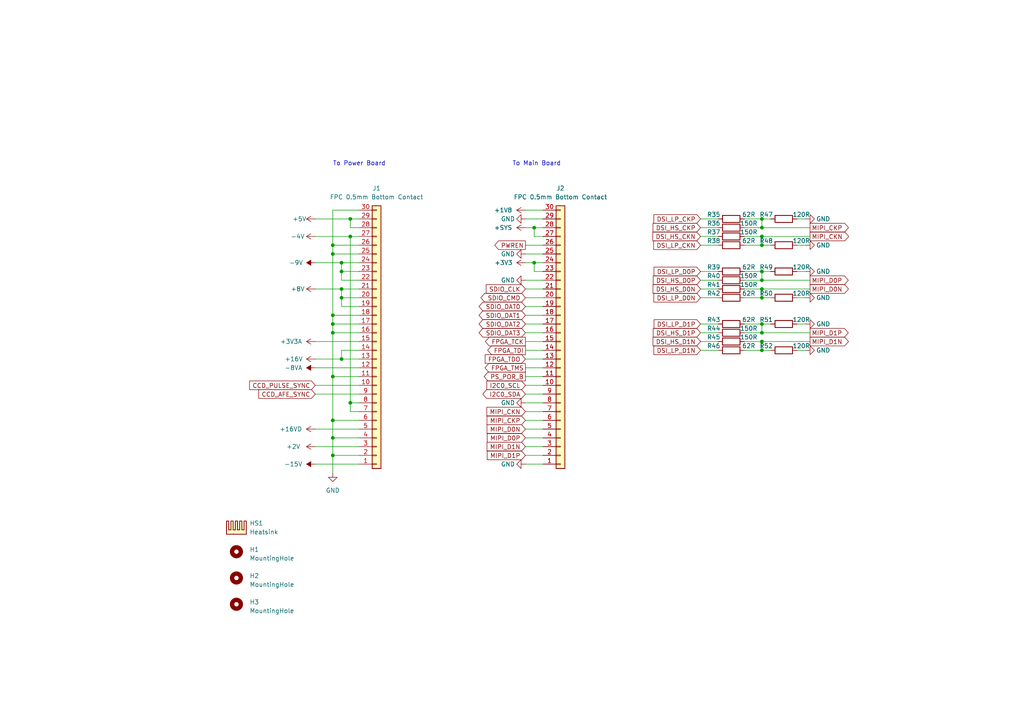
<source format=kicad_sch>
(kicad_sch (version 20231120) (generator "eeschema") (generator_version "8.0")
  (paper "A4")
  (title_block (title "IOB Connectors") (date "2024-06-09") (rev "R0.10") (company "Copyright 2024 Anhang Li, Wenting Zhang") (comment 2 "MERCHANTABILITY, SATISFACTORY QUALITY AND FITNESS FOR A PARTICULAR PURPOSE.") (comment 3 "This source is distributed WITHOUT ANY EXPRESS OR IMPLIED WARRANTY, INCLUDING OF") (comment 4 "This source describes Open Hardware and is licensed under the CERN-OHL-P v2."))
  (lib_symbols
    (symbol "Connector_Generic:Conn_01x30" (pin_names (offset 1.016) hide)
      (property "Reference" "J" (at 0 38.1 0))
      (property "Value" "Conn_01x30" (at 0 -40.64 0))
      (symbol "Conn_01x30_1_1"
        (rectangle (start -1.27 -37.973) (end 0 -38.227) (stroke (width 0.1524)))
        (rectangle (start -1.27 -35.433) (end 0 -35.687) (stroke (width 0.1524)))
        (rectangle (start -1.27 -32.893) (end 0 -33.147) (stroke (width 0.1524)))
        (rectangle (start -1.27 -30.353) (end 0 -30.607) (stroke (width 0.1524)))
        (rectangle (start -1.27 -27.813) (end 0 -28.067) (stroke (width 0.1524)))
        (rectangle (start -1.27 -25.273) (end 0 -25.527) (stroke (width 0.1524)))
        (rectangle (start -1.27 -22.733) (end 0 -22.987) (stroke (width 0.1524)))
        (rectangle (start -1.27 -20.193) (end 0 -20.447) (stroke (width 0.1524)))
        (rectangle (start -1.27 -17.653) (end 0 -17.907) (stroke (width 0.1524)))
        (rectangle (start -1.27 -15.113) (end 0 -15.367) (stroke (width 0.1524)))
        (rectangle (start -1.27 -12.573) (end 0 -12.827) (stroke (width 0.1524)))
        (rectangle (start -1.27 -10.033) (end 0 -10.287) (stroke (width 0.1524)))
        (rectangle (start -1.27 -7.493) (end 0 -7.747) (stroke (width 0.1524)))
        (rectangle (start -1.27 -4.953) (end 0 -5.207) (stroke (width 0.1524)))
        (rectangle (start -1.27 -2.413) (end 0 -2.667) (stroke (width 0.1524)))
        (rectangle (start -1.27 0.127) (end 0 -0.127) (stroke (width 0.1524)))
        (rectangle (start -1.27 2.667) (end 0 2.413) (stroke (width 0.1524)))
        (rectangle (start -1.27 5.207) (end 0 4.953) (stroke (width 0.1524)))
        (rectangle (start -1.27 7.747) (end 0 7.493) (stroke (width 0.1524)))
        (rectangle (start -1.27 10.287) (end 0 10.033) (stroke (width 0.1524)))
        (rectangle (start -1.27 12.827) (end 0 12.573) (stroke (width 0.1524)))
        (rectangle (start -1.27 15.367) (end 0 15.113) (stroke (width 0.1524)))
        (rectangle (start -1.27 17.907) (end 0 17.653) (stroke (width 0.1524)))
        (rectangle (start -1.27 20.447) (end 0 20.193) (stroke (width 0.1524)))
        (rectangle (start -1.27 22.987) (end 0 22.733) (stroke (width 0.1524)))
        (rectangle (start -1.27 25.527) (end 0 25.273) (stroke (width 0.1524)))
        (rectangle (start -1.27 28.067) (end 0 27.813) (stroke (width 0.1524)))
        (rectangle (start -1.27 30.607) (end 0 30.353) (stroke (width 0.1524)))
        (rectangle (start -1.27 33.147) (end 0 32.893) (stroke (width 0.1524)))
        (rectangle (start -1.27 35.687) (end 0 35.433) (stroke (width 0.1524)))
        (rectangle (start -1.27 36.83) (end 1.27 -39.37) (stroke (width 0.254)) (fill (type background)))
        (pin passive line (at -5.08 35.56 0) (length 3.81) (name "Pin_1") (number "1"))
        (pin passive line (at -5.08 12.7 0) (length 3.81) (name "Pin_10") (number "10"))
        (pin passive line (at -5.08 10.16 0) (length 3.81) (name "Pin_11") (number "11"))
        (pin passive line (at -5.08 7.62 0) (length 3.81) (name "Pin_12") (number "12"))
        (pin passive line (at -5.08 5.08 0) (length 3.81) (name "Pin_13") (number "13"))
        (pin passive line (at -5.08 2.54 0) (length 3.81) (name "Pin_14") (number "14"))
        (pin passive line (at -5.08 0 0) (length 3.81) (name "Pin_15") (number "15"))
        (pin passive line (at -5.08 -2.54 0) (length 3.81) (name "Pin_16") (number "16"))
        (pin passive line (at -5.08 -5.08 0) (length 3.81) (name "Pin_17") (number "17"))
        (pin passive line (at -5.08 -7.62 0) (length 3.81) (name "Pin_18") (number "18"))
        (pin passive line (at -5.08 -10.16 0) (length 3.81) (name "Pin_19") (number "19"))
        (pin passive line (at -5.08 33.02 0) (length 3.81) (name "Pin_2") (number "2"))
        (pin passive line (at -5.08 -12.7 0) (length 3.81) (name "Pin_20") (number "20"))
        (pin passive line (at -5.08 -15.24 0) (length 3.81) (name "Pin_21") (number "21"))
        (pin passive line (at -5.08 -17.78 0) (length 3.81) (name "Pin_22") (number "22"))
        (pin passive line (at -5.08 -20.32 0) (length 3.81) (name "Pin_23") (number "23"))
        (pin passive line (at -5.08 -22.86 0) (length 3.81) (name "Pin_24") (number "24"))
        (pin passive line (at -5.08 -25.4 0) (length 3.81) (name "Pin_25") (number "25"))
        (pin passive line (at -5.08 -27.94 0) (length 3.81) (name "Pin_26") (number "26"))
        (pin passive line (at -5.08 -30.48 0) (length 3.81) (name "Pin_27") (number "27"))
        (pin passive line (at -5.08 -33.02 0) (length 3.81) (name "Pin_28") (number "28"))
        (pin passive line (at -5.08 -35.56 0) (length 3.81) (name "Pin_29") (number "29"))
        (pin passive line (at -5.08 30.48 0) (length 3.81) (name "Pin_3") (number "3"))
        (pin passive line (at -5.08 -38.1 0) (length 3.81) (name "Pin_30") (number "30"))
        (pin passive line (at -5.08 27.94 0) (length 3.81) (name "Pin_4") (number "4"))
        (pin passive line (at -5.08 25.4 0) (length 3.81) (name "Pin_5") (number "5"))
        (pin passive line (at -5.08 22.86 0) (length 3.81) (name "Pin_6") (number "6"))
        (pin passive line (at -5.08 20.32 0) (length 3.81) (name "Pin_7") (number "7"))
        (pin passive line (at -5.08 17.78 0) (length 3.81) (name "Pin_8") (number "8"))
        (pin passive line (at -5.08 15.24 0) (length 3.81) (name "Pin_9") (number "9"))
      )
    )
    (symbol "Device:R" (pin_numbers hide) (pin_names (offset 0))
      (property "Reference" "R" (at 2.032 0 90))
      (property "Value" "R" (at 0 0 90))
      (symbol "R_0_1"
        (rectangle (start -1.016 -2.54) (end 1.016 2.54) (stroke (width 0.254)))
      )
      (symbol "R_1_1"
        (pin passive line (at 0 3.81 270) (length 1.27) (name "~") (number "1"))
        (pin passive line (at 0 -3.81 90) (length 1.27) (name "~") (number "2"))
      )
    )
    (symbol "Mechanical:Heatsink" (pin_names (offset 1.016))
      (property "Reference" "HS" (at 0 5.08 0))
      (property "Value" "Heatsink" (at 0 -1.27 0))
      (symbol "Heatsink_0_1"
        (polyline (pts (xy -0.3302 1.27) (xy -0.9652 1.27) (xy -0.9652 3.81) (xy -1.6002 3.81) (xy -1.6002 1.27) (xy -2.2352 1.27) (xy -2.2352 3.81) (xy -2.8702 3.81) (xy -2.8702 0) (xy -0.9652 0)) (stroke (width 0.254)) (fill (type background)))
        (polyline (pts (xy -0.3302 1.27) (xy -0.3302 3.81) (xy 0.3048 3.81) (xy 0.3048 1.27) (xy 0.9398 1.27) (xy 0.9398 3.81) (xy 1.5748 3.81) (xy 1.5748 1.27) (xy 2.2098 1.27) (xy 2.2098 3.81) (xy 2.8448 3.81) (xy 2.8448 0) (xy -0.9652 0)) (stroke (width 0.254)) (fill (type background)))
      )
    )
    (symbol "Mechanical:MountingHole" (pin_names (offset 1.016))
      (property "Reference" "H" (at 0 5.08 0))
      (property "Value" "MountingHole" (at 0 3.175 0))
      (symbol "MountingHole_0_1"
        (circle (center 0 0) (radius 1.27) (stroke (width 1.27)))
      )
    )
    (symbol "Sitina:+2V" (power) (pin_names (offset 0))
      (property "Value" "+2V" (at 0 3.556 0))
      (symbol "+2V_0_1"
        (polyline (pts (xy -0.762 1.27) (xy 0 2.54)))
        (polyline (pts (xy 0 0) (xy 0 2.54)))
        (polyline (pts (xy 0 2.54) (xy 0.762 1.27)))
      )
      (symbol "+2V_1_1"
        (pin power_in line (at 0 0 90) (length 0) hide (name "+2V") (number "1"))
      )
    )
    (symbol "Sitina:-4V" (power) (pin_names (offset 0))
      (property "Value" "-4V" (at 0 3.556 0))
      (symbol "-4V_0_1"
        (polyline (pts (xy -0.762 1.27) (xy 0 2.54)))
        (polyline (pts (xy 0 0) (xy 0 2.54)))
        (polyline (pts (xy 0 2.54) (xy 0.762 1.27)))
      )
      (symbol "-4V_1_1"
        (pin power_in line (at 0 0 90) (length 0) hide (name "-4V") (number "1"))
      )
    )
    (symbol "power:+1V8" (power) (pin_names (offset 0))
      (property "Value" "+1V8" (at 0 3.556 0))
      (symbol "+1V8_0_1"
        (polyline (pts (xy -0.762 1.27) (xy 0 2.54)))
        (polyline (pts (xy 0 0) (xy 0 2.54)))
        (polyline (pts (xy 0 2.54) (xy 0.762 1.27)))
      )
      (symbol "+1V8_1_1"
        (pin power_in line (at 0 0 90) (length 0) hide (name "+1V8") (number "1"))
      )
    )
    (symbol "power:+3V0" (power) (pin_names (offset 0))
      (property "Value" "+3V0" (at 0 3.556 0))
      (symbol "+3V0_0_1"
        (polyline (pts (xy -0.762 1.27) (xy 0 2.54)))
        (polyline (pts (xy 0 0) (xy 0 2.54)))
        (polyline (pts (xy 0 2.54) (xy 0.762 1.27)))
      )
      (symbol "+3V0_1_1"
        (pin power_in line (at 0 0 90) (length 0) hide (name "+3V0") (number "1"))
      )
    )
    (symbol "power:+3V3" (power) (pin_names (offset 0))
      (property "Value" "+3V3" (at 0 3.556 0))
      (symbol "+3V3_0_1"
        (polyline (pts (xy -0.762 1.27) (xy 0 2.54)))
        (polyline (pts (xy 0 0) (xy 0 2.54)))
        (polyline (pts (xy 0 2.54) (xy 0.762 1.27)))
      )
      (symbol "+3V3_1_1"
        (pin power_in line (at 0 0 90) (length 0) hide (name "+3V3") (number "1"))
      )
    )
    (symbol "power:+5V" (power) (pin_names (offset 0))
      (property "Value" "+5V" (at 0 3.556 0))
      (symbol "+5V_0_1"
        (polyline (pts (xy -0.762 1.27) (xy 0 2.54)))
        (polyline (pts (xy 0 0) (xy 0 2.54)))
        (polyline (pts (xy 0 2.54) (xy 0.762 1.27)))
      )
      (symbol "+5V_1_1"
        (pin power_in line (at 0 0 90) (length 0) hide (name "+5V") (number "1"))
      )
    )
    (symbol "power:+8V" (power) (pin_names (offset 0))
      (property "Value" "+8V" (at 0 3.556 0))
      (symbol "+8V_0_1"
        (polyline (pts (xy -0.762 1.27) (xy 0 2.54)))
        (polyline (pts (xy 0 0) (xy 0 2.54)))
        (polyline (pts (xy 0 2.54) (xy 0.762 1.27)))
      )
      (symbol "+8V_1_1"
        (pin power_in line (at 0 0 90) (length 0) hide (name "+8V") (number "1"))
      )
    )
    (symbol "power:-15V" (power) (pin_names (offset 0))
      (property "Value" "-15V" (at 0 3.81 0))
      (symbol "-15V_0_0"
        (pin power_in line (at 0 0 90) (length 0) hide (name "-15V") (number "1"))
      )
      (symbol "-15V_0_1"
        (polyline (pts (xy 0 0) (xy 0 1.27) (xy 0.762 1.27) (xy 0 2.54) (xy -0.762 1.27) (xy 0 1.27)) (fill (type outline)))
      )
    )
    (symbol "power:-9V" (power) (pin_names (offset 0))
      (property "Value" "-9V" (at 0 3.81 0))
      (symbol "-9V_0_1"
        (polyline (pts (xy 0 0) (xy 0 2.54)))
        (polyline (pts (xy 0.762 1.27) (xy -0.762 1.27) (xy 0 2.54) (xy 0.762 1.27)) (fill (type outline)))
      )
      (symbol "-9V_1_1"
        (pin power_in line (at 0 0 90) (length 0) hide (name "-9V") (number "1"))
      )
    )
    (symbol "power:GND" (power) (pin_names (offset 0))
      (property "Value" "GND" (at 0 -3.81 0))
      (symbol "GND_0_1"
        (polyline (pts (xy 0 0) (xy 0 -1.27) (xy 1.27 -1.27) (xy 0 -2.54) (xy -1.27 -1.27) (xy 0 -1.27)))
      )
      (symbol "GND_1_1"
        (pin power_in line (at 0 0 270) (length 0) hide (name "GND") (number "1"))
      )
    )
    (symbol "symbols:+16V" (power) (pin_names (offset 0))
      (property "Value" "+16V" (at 0 3.556 0))
      (symbol "+16V_0_1"
        (polyline (pts (xy -0.762 1.27) (xy 0 2.54)))
        (polyline (pts (xy 0 0) (xy 0 2.54)))
        (polyline (pts (xy 0 2.54) (xy 0.762 1.27)))
      )
      (symbol "+16V_1_1"
        (pin power_in line (at 0 0 90) (length 0) hide (name "+16V") (number "1"))
      )
    )
    (symbol "symbols:+SYS" (power) (pin_names (offset 0))
      (property "Value" "+SYS" (at 0 3.556 0))
      (symbol "+SYS_0_1"
        (polyline (pts (xy -0.762 1.27) (xy 0 2.54)))
        (polyline (pts (xy 0 0) (xy 0 2.54)))
        (polyline (pts (xy 0 2.54) (xy 0.762 1.27)))
      )
      (symbol "+SYS_1_1"
        (pin power_in line (at 0 0 90) (length 0) hide (name "+SYS") (number "1"))
      )
    )
  )
  (junction (at 220.98 66.04))
  (junction (at 220.98 63.5))
  (junction (at 96.52 127))
  (junction (at 99.06 86.36))
  (junction (at 96.52 73.66))
  (junction (at 96.52 121.92))
  (junction (at 220.98 86.36))
  (junction (at 220.98 83.82))
  (junction (at 154.94 66.04))
  (junction (at 220.98 71.12))
  (junction (at 96.52 132.08))
  (junction (at 220.98 78.74))
  (junction (at 96.52 93.98))
  (junction (at 99.06 104.14))
  (junction (at 101.6 68.58))
  (junction (at 101.6 116.84))
  (junction (at 154.94 76.2))
  (junction (at 99.06 78.74))
  (junction (at 96.52 109.22))
  (junction (at 220.98 101.6))
  (junction (at 96.52 71.12))
  (junction (at 220.98 99.06))
  (junction (at 220.98 68.58))
  (junction (at 99.06 83.82))
  (junction (at 96.52 96.52))
  (junction (at 220.98 93.98))
  (junction (at 101.6 63.5))
  (junction (at 220.98 81.28))
  (junction (at 220.98 96.52))
  (junction (at 96.52 91.44))
  (junction (at 99.06 76.2))
  (wire (pts (xy 152.4 96.52) (xy 157.48 96.52)))
  (wire (pts (xy 203.2 68.58) (xy 208.28 68.58)))
  (wire (pts (xy 157.48 78.74) (xy 154.94 78.74)))
  (wire (pts (xy 220.98 68.58) (xy 220.98 71.12)))
  (wire (pts (xy 104.14 86.36) (xy 99.06 86.36)))
  (wire (pts (xy 101.6 119.38) (xy 101.6 116.84)))
  (wire (pts (xy 215.9 81.28) (xy 220.98 81.28)))
  (wire (pts (xy 91.44 99.06) (xy 104.14 99.06)))
  (wire (pts (xy 203.2 86.36) (xy 208.28 86.36)))
  (wire (pts (xy 152.4 66.04) (xy 154.94 66.04)))
  (wire (pts (xy 101.6 116.84) (xy 104.14 116.84)))
  (wire (pts (xy 157.48 68.58) (xy 154.94 68.58)))
  (wire (pts (xy 203.2 101.6) (xy 208.28 101.6)))
  (wire (pts (xy 96.52 121.92) (xy 104.14 121.92)))
  (wire (pts (xy 91.44 68.58) (xy 101.6 68.58)))
  (wire (pts (xy 152.4 88.9) (xy 157.48 88.9)))
  (wire (pts (xy 152.4 132.08) (xy 157.48 132.08)))
  (wire (pts (xy 152.4 83.82) (xy 157.48 83.82)))
  (wire (pts (xy 215.9 78.74) (xy 220.98 78.74)))
  (wire (pts (xy 220.98 81.28) (xy 234.95 81.28)))
  (wire (pts (xy 91.44 104.14) (xy 99.06 104.14)))
  (wire (pts (xy 152.4 127) (xy 157.48 127)))
  (wire (pts (xy 215.9 83.82) (xy 220.98 83.82)))
  (wire (pts (xy 220.98 83.82) (xy 220.98 86.36)))
  (wire (pts (xy 215.9 68.58) (xy 220.98 68.58)))
  (wire (pts (xy 91.44 63.5) (xy 101.6 63.5)))
  (wire (pts (xy 231.14 101.6) (xy 233.68 101.6)))
  (wire (pts (xy 231.14 78.74) (xy 233.68 78.74)))
  (wire (pts (xy 215.9 96.52) (xy 220.98 96.52)))
  (wire (pts (xy 99.06 101.6) (xy 99.06 104.14)))
  (wire (pts (xy 220.98 71.12) (xy 223.52 71.12)))
  (wire (pts (xy 215.9 63.5) (xy 220.98 63.5)))
  (wire (pts (xy 96.52 96.52) (xy 96.52 93.98)))
  (wire (pts (xy 220.98 63.5) (xy 223.52 63.5)))
  (wire (pts (xy 104.14 101.6) (xy 99.06 101.6)))
  (wire (pts (xy 152.4 71.12) (xy 157.48 71.12)))
  (wire (pts (xy 152.4 81.28) (xy 157.48 81.28)))
  (wire (pts (xy 152.4 91.44) (xy 157.48 91.44)))
  (wire (pts (xy 220.98 78.74) (xy 223.52 78.74)))
  (wire (pts (xy 154.94 66.04) (xy 157.48 66.04)))
  (wire (pts (xy 152.4 114.3) (xy 157.48 114.3)))
  (wire (pts (xy 215.9 99.06) (xy 220.98 99.06)))
  (wire (pts (xy 152.4 63.5) (xy 157.48 63.5)))
  (wire (pts (xy 152.4 86.36) (xy 157.48 86.36)))
  (wire (pts (xy 152.4 76.2) (xy 154.94 76.2)))
  (wire (pts (xy 220.98 66.04) (xy 220.98 63.5)))
  (wire (pts (xy 91.44 83.82) (xy 99.06 83.82)))
  (wire (pts (xy 104.14 78.74) (xy 99.06 78.74)))
  (wire (pts (xy 220.98 81.28) (xy 220.98 78.74)))
  (wire (pts (xy 152.4 111.76) (xy 157.48 111.76)))
  (wire (pts (xy 220.98 93.98) (xy 223.52 93.98)))
  (wire (pts (xy 220.98 96.52) (xy 234.95 96.52)))
  (wire (pts (xy 152.4 119.38) (xy 157.48 119.38)))
  (wire (pts (xy 215.9 71.12) (xy 220.98 71.12)))
  (wire (pts (xy 99.06 81.28) (xy 99.06 78.74)))
  (wire (pts (xy 215.9 86.36) (xy 220.98 86.36)))
  (wire (pts (xy 215.9 66.04) (xy 220.98 66.04)))
  (wire (pts (xy 152.4 60.96) (xy 157.48 60.96)))
  (wire (pts (xy 99.06 83.82) (xy 104.14 83.82)))
  (wire (pts (xy 152.4 101.6) (xy 157.48 101.6)))
  (wire (pts (xy 101.6 68.58) (xy 104.14 68.58)))
  (wire (pts (xy 152.4 106.68) (xy 157.48 106.68)))
  (wire (pts (xy 96.52 71.12) (xy 96.52 60.96)))
  (wire (pts (xy 152.4 121.92) (xy 157.48 121.92)))
  (wire (pts (xy 91.44 114.3) (xy 104.14 114.3)))
  (wire (pts (xy 96.52 121.92) (xy 96.52 109.22)))
  (wire (pts (xy 91.44 129.54) (xy 104.14 129.54)))
  (wire (pts (xy 96.52 132.08) (xy 96.52 137.16)))
  (wire (pts (xy 152.4 129.54) (xy 157.48 129.54)))
  (wire (pts (xy 215.9 93.98) (xy 220.98 93.98)))
  (wire (pts (xy 203.2 63.5) (xy 208.28 63.5)))
  (wire (pts (xy 203.2 96.52) (xy 208.28 96.52)))
  (wire (pts (xy 99.06 78.74) (xy 99.06 76.2)))
  (wire (pts (xy 220.98 96.52) (xy 220.98 93.98)))
  (wire (pts (xy 154.94 76.2) (xy 157.48 76.2)))
  (wire (pts (xy 96.52 132.08) (xy 104.14 132.08)))
  (wire (pts (xy 96.52 109.22) (xy 104.14 109.22)))
  (wire (pts (xy 231.14 93.98) (xy 233.68 93.98)))
  (wire (pts (xy 152.4 134.62) (xy 157.48 134.62)))
  (wire (pts (xy 96.52 91.44) (xy 96.52 73.66)))
  (wire (pts (xy 96.52 93.98) (xy 96.52 91.44)))
  (wire (pts (xy 220.98 101.6) (xy 223.52 101.6)))
  (wire (pts (xy 220.98 99.06) (xy 220.98 101.6)))
  (wire (pts (xy 152.4 73.66) (xy 157.48 73.66)))
  (wire (pts (xy 101.6 63.5) (xy 104.14 63.5)))
  (wire (pts (xy 203.2 93.98) (xy 208.28 93.98)))
  (wire (pts (xy 231.14 86.36) (xy 233.68 86.36)))
  (wire (pts (xy 99.06 104.14) (xy 104.14 104.14)))
  (wire (pts (xy 96.52 91.44) (xy 104.14 91.44)))
  (wire (pts (xy 203.2 99.06) (xy 208.28 99.06)))
  (wire (pts (xy 203.2 78.74) (xy 208.28 78.74)))
  (wire (pts (xy 96.52 60.96) (xy 104.14 60.96)))
  (wire (pts (xy 220.98 66.04) (xy 234.95 66.04)))
  (wire (pts (xy 96.52 96.52) (xy 104.14 96.52)))
  (wire (pts (xy 96.52 109.22) (xy 96.52 96.52)))
  (wire (pts (xy 152.4 124.46) (xy 157.48 124.46)))
  (wire (pts (xy 152.4 99.06) (xy 157.48 99.06)))
  (wire (pts (xy 96.52 71.12) (xy 104.14 71.12)))
  (wire (pts (xy 104.14 119.38) (xy 101.6 119.38)))
  (wire (pts (xy 152.4 104.14) (xy 157.48 104.14)))
  (wire (pts (xy 101.6 116.84) (xy 101.6 68.58)))
  (wire (pts (xy 99.06 88.9) (xy 99.06 86.36)))
  (wire (pts (xy 220.98 83.82) (xy 234.95 83.82)))
  (wire (pts (xy 101.6 66.04) (xy 101.6 63.5)))
  (wire (pts (xy 152.4 109.22) (xy 157.48 109.22)))
  (wire (pts (xy 96.52 73.66) (xy 104.14 73.66)))
  (wire (pts (xy 91.44 111.76) (xy 104.14 111.76)))
  (wire (pts (xy 215.9 101.6) (xy 220.98 101.6)))
  (wire (pts (xy 154.94 78.74) (xy 154.94 76.2)))
  (wire (pts (xy 203.2 81.28) (xy 208.28 81.28)))
  (wire (pts (xy 152.4 93.98) (xy 157.48 93.98)))
  (wire (pts (xy 104.14 66.04) (xy 101.6 66.04)))
  (wire (pts (xy 91.44 134.62) (xy 104.14 134.62)))
  (wire (pts (xy 152.4 116.84) (xy 157.48 116.84)))
  (wire (pts (xy 231.14 63.5) (xy 233.68 63.5)))
  (wire (pts (xy 96.52 73.66) (xy 96.52 71.12)))
  (wire (pts (xy 104.14 127) (xy 96.52 127)))
  (wire (pts (xy 220.98 86.36) (xy 223.52 86.36)))
  (wire (pts (xy 99.06 83.82) (xy 99.06 86.36)))
  (wire (pts (xy 104.14 81.28) (xy 99.06 81.28)))
  (wire (pts (xy 99.06 76.2) (xy 104.14 76.2)))
  (wire (pts (xy 91.44 124.46) (xy 104.14 124.46)))
  (wire (pts (xy 203.2 66.04) (xy 208.28 66.04)))
  (wire (pts (xy 96.52 121.92) (xy 96.52 127)))
  (wire (pts (xy 104.14 88.9) (xy 99.06 88.9)))
  (wire (pts (xy 91.44 76.2) (xy 99.06 76.2)))
  (wire (pts (xy 203.2 83.82) (xy 208.28 83.82)))
  (wire (pts (xy 154.94 68.58) (xy 154.94 66.04)))
  (wire (pts (xy 220.98 99.06) (xy 234.95 99.06)))
  (wire (pts (xy 231.14 71.12) (xy 233.68 71.12)))
  (wire (pts (xy 203.2 71.12) (xy 208.28 71.12)))
  (wire (pts (xy 96.52 93.98) (xy 104.14 93.98)))
  (wire (pts (xy 220.98 68.58) (xy 234.95 68.58)))
  (wire (pts (xy 96.52 127) (xy 96.52 132.08)))
  (wire (pts (xy 91.44 106.68) (xy 104.14 106.68)))
  (text "To Power Board" (at 96.52 48.26 0) (effects (font (size 1.27 1.27)) (justify left bottom)))
  (text "To Main Board" (at 148.59 48.26 0) (effects (font (size 1.27 1.27)) (justify left bottom)))
  (global_label "DSI_HS_D1N" (shape input) (at 203.2 99.06 180) (property "Intersheetrefs" "${INTERSHEET_REFS}" (effects (hide yes))))
  (global_label "FPGA_TCK" (shape output) (at 152.4 99.06 180) (property "Intersheetrefs" "${INTERSHEET_REFS}" (effects (hide yes))))
  (global_label "I2C0_SCL" (shape input) (at 152.4 111.76 180) (property "Intersheetrefs" "${INTERSHEET_REFS}" (effects (hide yes))))
  (global_label "PS_POR_B" (shape output) (at 152.4 109.22 180) (property "Intersheetrefs" "${INTERSHEET_REFS}" (effects (hide yes))))
  (global_label "MIPI_D1P" (shape output) (at 234.95 96.52 0) (property "Intersheetrefs" "${INTERSHEET_REFS}" (effects (hide yes))))
  (global_label "SDIO_DAT1" (shape bidirectional) (at 152.4 91.44 180) (property "Intersheetrefs" "${INTERSHEET_REFS}" (effects (hide yes))))
  (global_label "FPGA_TDI" (shape output) (at 152.4 101.6 180) (property "Intersheetrefs" "${INTERSHEET_REFS}" (effects (hide yes))))
  (global_label "SDIO_CLK" (shape input) (at 152.4 83.82 180) (property "Intersheetrefs" "${INTERSHEET_REFS}" (effects (hide yes))))
  (global_label "DSI_LP_D1P" (shape input) (at 203.2 93.98 180) (property "Intersheetrefs" "${INTERSHEET_REFS}" (effects (hide yes))))
  (global_label "I2C0_SDA" (shape bidirectional) (at 152.4 114.3 180) (property "Intersheetrefs" "${INTERSHEET_REFS}" (effects (hide yes))))
  (global_label "MIPI_D1N" (shape input) (at 152.4 129.54 180) (property "Intersheetrefs" "${INTERSHEET_REFS}" (effects (hide yes))))
  (global_label "MIPI_D0N" (shape input) (at 152.4 124.46 180) (property "Intersheetrefs" "${INTERSHEET_REFS}" (effects (hide yes))))
  (global_label "DSI_HS_D0P" (shape input) (at 203.2 81.28 180) (property "Intersheetrefs" "${INTERSHEET_REFS}" (effects (hide yes))))
  (global_label "SDIO_DAT3" (shape bidirectional) (at 152.4 96.52 180) (property "Intersheetrefs" "${INTERSHEET_REFS}" (effects (hide yes))))
  (global_label "DSI_LP_CKN" (shape input) (at 203.2 71.12 180) (property "Intersheetrefs" "${INTERSHEET_REFS}" (effects (hide yes))))
  (global_label "MIPI_D1N" (shape output) (at 234.95 99.06 0) (property "Intersheetrefs" "${INTERSHEET_REFS}" (effects (hide yes))))
  (global_label "PWREN" (shape output) (at 152.4 71.12 180) (property "Intersheetrefs" "${INTERSHEET_REFS}" (effects (hide yes))))
  (global_label "MIPI_D0P" (shape output) (at 234.95 81.28 0) (property "Intersheetrefs" "${INTERSHEET_REFS}" (effects (hide yes))))
  (global_label "SDIO_CMD" (shape bidirectional) (at 152.4 86.36 180) (property "Intersheetrefs" "${INTERSHEET_REFS}" (effects (hide yes))))
  (global_label "DSI_LP_CKP" (shape input) (at 203.2 63.5 180) (property "Intersheetrefs" "${INTERSHEET_REFS}" (effects (hide yes))))
  (global_label "CCD_AFE_SYNC" (shape input) (at 91.44 114.3 180) (property "Intersheetrefs" "${INTERSHEET_REFS}" (effects (hide yes))))
  (global_label "MIPI_D0P" (shape input) (at 152.4 127 180) (property "Intersheetrefs" "${INTERSHEET_REFS}" (effects (hide yes))))
  (global_label "DSI_HS_D0N" (shape input) (at 203.2 83.82 180) (property "Intersheetrefs" "${INTERSHEET_REFS}" (effects (hide yes))))
  (global_label "FPGA_TMS" (shape output) (at 152.4 106.68 180) (property "Intersheetrefs" "${INTERSHEET_REFS}" (effects (hide yes))))
  (global_label "FPGA_TDO" (shape input) (at 152.4 104.14 180) (property "Intersheetrefs" "${INTERSHEET_REFS}" (effects (hide yes))))
  (global_label "SDIO_DAT0" (shape bidirectional) (at 152.4 88.9 180) (property "Intersheetrefs" "${INTERSHEET_REFS}" (effects (hide yes))))
  (global_label "DSI_LP_D0N" (shape input) (at 203.2 86.36 180) (property "Intersheetrefs" "${INTERSHEET_REFS}" (effects (hide yes))))
  (global_label "MIPI_CKP" (shape input) (at 152.4 121.92 180) (property "Intersheetrefs" "${INTERSHEET_REFS}" (effects (hide yes))))
  (global_label "DSI_HS_CKN" (shape input) (at 203.2 68.58 180) (property "Intersheetrefs" "${INTERSHEET_REFS}" (effects (hide yes))))
  (global_label "MIPI_D0N" (shape output) (at 234.95 83.82 0) (property "Intersheetrefs" "${INTERSHEET_REFS}" (effects (hide yes))))
  (global_label "DSI_HS_CKP" (shape input) (at 203.2 66.04 180) (property "Intersheetrefs" "${INTERSHEET_REFS}" (effects (hide yes))))
  (global_label "MIPI_CKP" (shape output) (at 234.95 66.04 0) (property "Intersheetrefs" "${INTERSHEET_REFS}" (effects (hide yes))))
  (global_label "SDIO_DAT2" (shape bidirectional) (at 152.4 93.98 180) (property "Intersheetrefs" "${INTERSHEET_REFS}" (effects (hide yes))))
  (global_label "MIPI_D1P" (shape input) (at 152.4 132.08 180) (property "Intersheetrefs" "${INTERSHEET_REFS}" (effects (hide yes))))
  (global_label "DSI_LP_D1N" (shape input) (at 203.2 101.6 180) (property "Intersheetrefs" "${INTERSHEET_REFS}" (effects (hide yes))))
  (global_label "DSI_HS_D1P" (shape input) (at 203.2 96.52 180) (property "Intersheetrefs" "${INTERSHEET_REFS}" (effects (hide yes))))
  (global_label "MIPI_CKN" (shape output) (at 234.95 68.58 0) (property "Intersheetrefs" "${INTERSHEET_REFS}" (effects (hide yes))))
  (global_label "MIPI_CKN" (shape input) (at 152.4 119.38 180) (property "Intersheetrefs" "${INTERSHEET_REFS}" (effects (hide yes))))
  (global_label "CCD_PULSE_SYNC" (shape input) (at 91.44 111.76 180) (property "Intersheetrefs" "${INTERSHEET_REFS}" (effects (hide yes))))
  (global_label "DSI_LP_D0P" (shape input) (at 203.2 78.74 180) (property "Intersheetrefs" "${INTERSHEET_REFS}" (effects (hide yes))))
  (symbol (lib_id "Device:R") (at 212.09 83.82 270) (unit 1)
    (property "Reference" "R41" (at 207.01 82.55 90))
    (property "Value" "150R" (at 217.17 82.55 90))
    (property "Footprint" "Resistor_SMD:R_0402_1005Metric" (effects (hide yes)))
  )
  (symbol (lib_id "power:+8V") (at 91.44 83.82 90) (unit 1)
    (property "Reference" "#PWR092" (effects (hide yes)))
    (property "Value" "+8V" (at 86.36 83.82 90))
  )
  (symbol (lib_id "Device:R") (at 227.33 71.12 270) (unit 1)
    (property "Reference" "R48" (at 222.25 69.85 90))
    (property "Value" "120R" (at 232.41 69.85 90))
    (property "Footprint" "Resistor_SMD:R_0402_1005Metric" (effects (hide yes)))
  )
  (symbol (lib_id "Device:R") (at 212.09 66.04 270) (unit 1)
    (property "Reference" "R36" (at 207.01 64.77 90))
    (property "Value" "150R" (at 217.17 64.77 90))
    (property "Footprint" "Resistor_SMD:R_0402_1005Metric" (effects (hide yes)))
  )
  (symbol (lib_id "power:-9V") (at 91.44 106.68 90) (unit 1)
    (property "Reference" "#PWR085" (effects (hide yes)))
    (property "Value" "-8VA" (at 82.55 106.68 90) (effects (justify right)))
  )
  (symbol (lib_id "power:GND") (at 152.4 134.62 270) (mirror x) (unit 1)
    (property "Reference" "#PWR0101" (effects (hide yes)))
    (property "Value" "GND" (at 147.32 134.62 90))
  )
  (symbol (lib_id "Mechanical:MountingHole") (at 68.58 160.02 0) (unit 1)
    (property "Reference" "H1" (at 72.39 159.3849 0) (effects (justify left)))
    (property "Value" "MountingHole" (at 72.39 161.9249 0) (effects (justify left)))
    (property "Footprint" "MountingHole:MountingHole_2.2mm_M2_DIN965" (effects (hide yes)))
  )
  (symbol (lib_id "power:GND") (at 233.68 93.98 90) (mirror x) (unit 1)
    (property "Reference" "#PWR0106" (effects (hide yes)))
    (property "Value" "GND" (at 238.76 93.98 90))
  )
  (symbol (lib_id "Device:R") (at 212.09 93.98 270) (unit 1)
    (property "Reference" "R43" (at 207.01 92.71 90))
    (property "Value" "62R" (at 217.17 92.71 90))
    (property "Footprint" "Resistor_SMD:R_0402_1005Metric" (effects (hide yes)))
  )
  (symbol (lib_id "power:GND") (at 152.4 63.5 270) (mirror x) (unit 1)
    (property "Reference" "#PWR095" (effects (hide yes)))
    (property "Value" "GND" (at 147.32 63.5 90))
  )
  (symbol (lib_id "Device:R") (at 212.09 71.12 270) (unit 1)
    (property "Reference" "R38" (at 207.01 69.85 90))
    (property "Value" "62R" (at 217.17 69.85 90))
    (property "Footprint" "Resistor_SMD:R_0402_1005Metric" (effects (hide yes)))
  )
  (symbol (lib_id "power:GND") (at 152.4 81.28 270) (mirror x) (unit 1)
    (property "Reference" "#PWR099" (effects (hide yes)))
    (property "Value" "GND" (at 147.32 81.28 90))
  )
  (symbol (lib_id "Device:R") (at 212.09 63.5 270) (unit 1)
    (property "Reference" "R35" (at 207.01 62.23 90))
    (property "Value" "62R" (at 217.17 62.23 90))
    (property "Footprint" "Resistor_SMD:R_0402_1005Metric" (effects (hide yes)))
  )
  (symbol (lib_id "power:+5V") (at 91.44 63.5 90) (unit 1)
    (property "Reference" "#PWR089" (effects (hide yes)))
    (property "Value" "+5V" (at 88.9 63.5 90) (effects (justify left)))
  )
  (symbol (lib_id "symbols:+16V") (at 91.44 104.14 90) (unit 1)
    (property "Reference" "#PWR084" (effects (hide yes)))
    (property "Value" "+16V" (at 82.55 104.14 90) (effects (justify right)))
  )
  (symbol (lib_id "power:+1V8") (at 152.4 60.96 90) (unit 1)
    (property "Reference" "#PWR094" (effects (hide yes)))
    (property "Value" "+1V8" (at 148.59 60.96 90) (effects (justify left)))
  )
  (symbol (lib_id "power:GND") (at 233.68 101.6 90) (mirror x) (unit 1)
    (property "Reference" "#PWR0107" (effects (hide yes)))
    (property "Value" "GND" (at 238.76 101.6 90))
  )
  (symbol (lib_id "Sitina:+2V") (at 91.44 129.54 90) (unit 1)
    (property "Reference" "#PWR087" (effects (hide yes)))
    (property "Value" "+2V" (at 85.09 129.54 90))
  )
  (symbol (lib_id "Device:R") (at 212.09 78.74 270) (unit 1)
    (property "Reference" "R39" (at 207.01 77.47 90))
    (property "Value" "62R" (at 217.17 77.47 90))
    (property "Footprint" "Resistor_SMD:R_0402_1005Metric" (effects (hide yes)))
  )
  (symbol (lib_id "Device:R") (at 227.33 78.74 270) (unit 1)
    (property "Reference" "R49" (at 222.25 77.47 90))
    (property "Value" "120R" (at 232.41 77.47 90))
    (property "Footprint" "Resistor_SMD:R_0402_1005Metric" (effects (hide yes)))
  )
  (symbol (lib_id "power:GND") (at 152.4 116.84 270) (mirror x) (unit 1)
    (property "Reference" "#PWR0100" (effects (hide yes)))
    (property "Value" "GND" (at 147.32 116.84 90))
  )
  (symbol (lib_id "Mechanical:Heatsink") (at 68.58 154.94 0) (unit 1)
    (property "Reference" "HS1" (at 72.39 151.765 0) (effects (justify left)))
    (property "Value" "Heatsink" (at 72.39 154.305 0) (effects (justify left)))
    (property "Footprint" "footprints:sb_heatsink" (effects (hide yes)))
  )
  (symbol (lib_id "Device:R") (at 212.09 96.52 270) (unit 1)
    (property "Reference" "R44" (at 207.01 95.25 90))
    (property "Value" "150R" (at 217.17 95.25 90))
    (property "Footprint" "Resistor_SMD:R_0402_1005Metric" (effects (hide yes)))
  )
  (symbol (lib_id "symbols:+SYS") (at 152.4 66.04 90) (unit 1)
    (property "Reference" "#PWR096" (effects (hide yes)))
    (property "Value" "+SYS" (at 148.59 66.0399 90) (effects (justify left)))
  )
  (symbol (lib_id "power:GND") (at 233.68 78.74 90) (mirror x) (unit 1)
    (property "Reference" "#PWR0104" (effects (hide yes)))
    (property "Value" "GND" (at 238.76 78.74 90))
  )
  (symbol (lib_id "power:GND") (at 233.68 86.36 90) (mirror x) (unit 1)
    (property "Reference" "#PWR0105" (effects (hide yes)))
    (property "Value" "GND" (at 238.76 86.36 90))
  )
  (symbol (lib_id "Connector_Generic:Conn_01x30") (at 162.56 99.06 0) (mirror x) (unit 1)
    (property "Reference" "J2" (at 162.56 54.61 0))
    (property "Value" "FPC 0.5mm Bottom Contact" (at 162.56 57.15 0))
    (property "Footprint" "Connector_FFC-FPC:Hirose_FH12-30S-0.5SH_1x30-1MP_P0.50mm_Horizontal" (effects (hide yes)))
  )
  (symbol (lib_id "power:+3V0") (at 91.44 99.06 90) (unit 1)
    (property "Reference" "#PWR083" (effects (hide yes)))
    (property "Value" "+3V3A" (at 87.63 99.06 90) (effects (justify left)))
  )
  (symbol (lib_id "Device:R") (at 227.33 101.6 270) (unit 1)
    (property "Reference" "R52" (at 222.25 100.33 90))
    (property "Value" "120R" (at 232.41 100.33 90))
    (property "Footprint" "Resistor_SMD:R_0402_1005Metric" (effects (hide yes)))
  )
  (symbol (lib_id "Device:R") (at 227.33 63.5 270) (unit 1)
    (property "Reference" "R47" (at 222.25 62.23 90))
    (property "Value" "120R" (at 232.41 62.23 90))
    (property "Footprint" "Resistor_SMD:R_0402_1005Metric" (effects (hide yes)))
  )
  (symbol (lib_id "Device:R") (at 212.09 101.6 270) (unit 1)
    (property "Reference" "R46" (at 207.01 100.33 90))
    (property "Value" "62R" (at 217.17 100.33 90))
    (property "Footprint" "Resistor_SMD:R_0402_1005Metric" (effects (hide yes)))
  )
  (symbol (lib_id "Device:R") (at 212.09 86.36 270) (unit 1)
    (property "Reference" "R42" (at 207.01 85.09 90))
    (property "Value" "62R" (at 217.17 85.09 90))
    (property "Footprint" "Resistor_SMD:R_0402_1005Metric" (effects (hide yes)))
  )
  (symbol (lib_id "Mechanical:MountingHole") (at 68.58 175.26 0) (unit 1)
    (property "Reference" "H3" (at 72.39 174.6249 0) (effects (justify left)))
    (property "Value" "MountingHole" (at 72.39 177.1649 0) (effects (justify left)))
    (property "Footprint" "MountingHole:MountingHole_2.2mm_M2_DIN965" (effects (hide yes)))
  )
  (symbol (lib_id "power:GND") (at 233.68 63.5 90) (mirror x) (unit 1)
    (property "Reference" "#PWR0102" (effects (hide yes)))
    (property "Value" "GND" (at 238.76 63.5 90))
  )
  (symbol (lib_id "Sitina:-4V") (at 91.44 68.58 90) (unit 1)
    (property "Reference" "#PWR090" (effects (hide yes)))
    (property "Value" "-4V" (at 86.36 68.58 90))
  )
  (symbol (lib_id "power:-15V") (at 91.44 134.62 90) (unit 1)
    (property "Reference" "#PWR088" (effects (hide yes)))
    (property "Value" "-15V" (at 85.09 134.62 90))
  )
  (symbol (lib_id "power:GND") (at 96.52 137.16 0) (unit 1)
    (property "Reference" "#PWR093" (effects (hide yes)))
    (property "Value" "GND" (at 96.52 142.24 0))
  )
  (symbol (lib_id "power:GND") (at 233.68 71.12 90) (mirror x) (unit 1)
    (property "Reference" "#PWR0103" (effects (hide yes)))
    (property "Value" "GND" (at 238.76 71.12 90))
  )
  (symbol (lib_id "Device:R") (at 212.09 68.58 270) (unit 1)
    (property "Reference" "R37" (at 207.01 67.31 90))
    (property "Value" "150R" (at 217.17 67.31 90))
    (property "Footprint" "Resistor_SMD:R_0402_1005Metric" (effects (hide yes)))
  )
  (symbol (lib_id "Mechanical:MountingHole") (at 68.58 167.64 0) (unit 1)
    (property "Reference" "H2" (at 72.39 167.0049 0) (effects (justify left)))
    (property "Value" "MountingHole" (at 72.39 169.5449 0) (effects (justify left)))
    (property "Footprint" "MountingHole:MountingHole_2.2mm_M2_DIN965" (effects (hide yes)))
  )
  (symbol (lib_id "Device:R") (at 227.33 93.98 270) (unit 1)
    (property "Reference" "R51" (at 222.25 92.71 90))
    (property "Value" "120R" (at 232.41 92.71 90))
    (property "Footprint" "Resistor_SMD:R_0402_1005Metric" (effects (hide yes)))
  )
  (symbol (lib_id "symbols:+16V") (at 91.44 124.46 90) (unit 1)
    (property "Reference" "#PWR086" (effects (hide yes)))
    (property "Value" "+16VD" (at 87.63 124.4599 90) (effects (justify left)))
  )
  (symbol (lib_id "power:+3V3") (at 152.4 76.2 90) (unit 1)
    (property "Reference" "#PWR098" (effects (hide yes)))
    (property "Value" "+3V3" (at 146.05 76.2 90))
  )
  (symbol (lib_id "Device:R") (at 227.33 86.36 270) (unit 1)
    (property "Reference" "R50" (at 222.25 85.09 90))
    (property "Value" "120R" (at 232.41 85.09 90))
    (property "Footprint" "Resistor_SMD:R_0402_1005Metric" (effects (hide yes)))
  )
  (symbol (lib_id "power:GND") (at 152.4 73.66 270) (mirror x) (unit 1)
    (property "Reference" "#PWR097" (effects (hide yes)))
    (property "Value" "GND" (at 147.32 73.66 90))
  )
  (symbol (lib_id "power:-9V") (at 91.44 76.2 90) (unit 1)
    (property "Reference" "#PWR091" (effects (hide yes)))
    (property "Value" "-9V" (at 83.82 76.2 90) (effects (justify right)))
  )
  (symbol (lib_id "Device:R") (at 212.09 81.28 270) (unit 1)
    (property "Reference" "R40" (at 207.01 80.01 90))
    (property "Value" "150R" (at 217.17 80.01 90))
    (property "Footprint" "Resistor_SMD:R_0402_1005Metric" (effects (hide yes)))
  )
  (symbol (lib_id "Device:R") (at 212.09 99.06 270) (unit 1)
    (property "Reference" "R45" (at 207.01 97.79 90))
    (property "Value" "150R" (at 217.17 97.79 90))
    (property "Footprint" "Resistor_SMD:R_0402_1005Metric" (effects (hide yes)))
  )
  (symbol (lib_id "Connector_Generic:Conn_01x30") (at 109.22 99.06 0) (mirror x) (unit 1)
    (property "Reference" "J1" (at 109.22 54.61 0))
    (property "Value" "FPC 0.5mm Bottom Contact" (at 109.22 57.15 0))
    (property "Footprint" "Connector_FFC-FPC:Hirose_FH12-30S-0.5SH_1x30-1MP_P0.50mm_Horizontal" (effects (hide yes)))
  )
)
</source>
